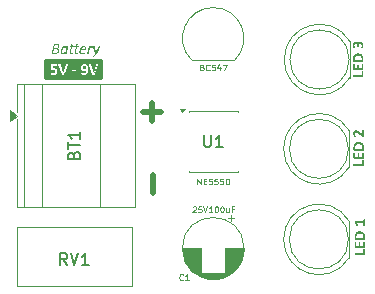
<source format=gbr>
%TF.GenerationSoftware,KiCad,Pcbnew,9.0.6*%
%TF.CreationDate,2025-11-19T16:31:39+08:00*%
%TF.ProjectId,LED-Dimmer,4c45442d-4469-46d6-9d65-722e6b696361,rev?*%
%TF.SameCoordinates,Original*%
%TF.FileFunction,Legend,Top*%
%TF.FilePolarity,Positive*%
%FSLAX46Y46*%
G04 Gerber Fmt 4.6, Leading zero omitted, Abs format (unit mm)*
G04 Created by KiCad (PCBNEW 9.0.6) date 2025-11-19 16:31:39*
%MOMM*%
%LPD*%
G01*
G04 APERTURE LIST*
%ADD10C,0.200000*%
%ADD11C,0.250000*%
%ADD12C,0.100000*%
%ADD13C,0.500000*%
%ADD14C,0.150000*%
%ADD15C,0.120000*%
G04 APERTURE END LIST*
D10*
G36*
X250014712Y-93117969D02*
G01*
X250049272Y-93119678D01*
X250072597Y-93124808D01*
X250085908Y-93133356D01*
X250090000Y-93145324D01*
X250090000Y-93550401D01*
X250086582Y-93571445D01*
X250076688Y-93588381D01*
X250060325Y-93599461D01*
X250033335Y-93603707D01*
X249231547Y-93603707D01*
X249219335Y-93599310D01*
X249210420Y-93584595D01*
X249204986Y-93556934D01*
X249202909Y-93513520D01*
X249204986Y-93469801D01*
X249210420Y-93442445D01*
X249219274Y-93427791D01*
X249231547Y-93423333D01*
X249941500Y-93423333D01*
X249941500Y-93145324D01*
X249945286Y-93133356D01*
X249957559Y-93124808D01*
X249980151Y-93119678D01*
X250014712Y-93117969D01*
G37*
G36*
X250019658Y-92488677D02*
G01*
X250052814Y-92490387D01*
X250074307Y-92495516D01*
X250086275Y-92504064D01*
X250090000Y-92515300D01*
X250090000Y-92959333D01*
X250086582Y-92980378D01*
X250076688Y-92997313D01*
X250060325Y-93008393D01*
X250033335Y-93012639D01*
X249263482Y-93012639D01*
X249236492Y-93008393D01*
X249220129Y-92997313D01*
X249210235Y-92980378D01*
X249206817Y-92959333D01*
X249206817Y-92518047D01*
X249210237Y-92507117D01*
X249222205Y-92498935D01*
X249244064Y-92493806D01*
X249277831Y-92492096D01*
X249310315Y-92493806D01*
X249331809Y-92498935D01*
X249343777Y-92507117D01*
X249347501Y-92518047D01*
X249347501Y-92833609D01*
X249562435Y-92833609D01*
X249562435Y-92566530D01*
X249566221Y-92555294D01*
X249577761Y-92546746D01*
X249598888Y-92541617D01*
X249631189Y-92539907D01*
X249663857Y-92541617D01*
X249684617Y-92546746D01*
X249695853Y-92555294D01*
X249699211Y-92566530D01*
X249699211Y-92833609D01*
X249949316Y-92833609D01*
X249949316Y-92515300D01*
X249953101Y-92504064D01*
X249965008Y-92495516D01*
X249986563Y-92490387D01*
X250019658Y-92488677D01*
G37*
G36*
X249716127Y-91599243D02*
G01*
X249784841Y-91610139D01*
X249843253Y-91627110D01*
X249898481Y-91652005D01*
X249945131Y-91682418D01*
X249984242Y-91718335D01*
X250016995Y-91760164D01*
X250043721Y-91808052D01*
X250064415Y-91862805D01*
X250078077Y-91920056D01*
X250086867Y-91987098D01*
X250090000Y-92065343D01*
X250090000Y-92276430D01*
X250086582Y-92297475D01*
X250076688Y-92314410D01*
X250060325Y-92325490D01*
X250033335Y-92329736D01*
X249263482Y-92329736D01*
X249236492Y-92325490D01*
X249220129Y-92314410D01*
X249210235Y-92297475D01*
X249206817Y-92276430D01*
X249206817Y-92059848D01*
X249347501Y-92059848D01*
X249347501Y-92150706D01*
X249949316Y-92150706D01*
X249949316Y-92057100D01*
X249944140Y-91986631D01*
X249930204Y-91932841D01*
X249905978Y-91886200D01*
X249872379Y-91848456D01*
X249829947Y-91819381D01*
X249776331Y-91797897D01*
X249716233Y-91785623D01*
X249642241Y-91781167D01*
X249580723Y-91784952D01*
X249525310Y-91795882D01*
X249474365Y-91815251D01*
X249431643Y-91843021D01*
X249396627Y-91879656D01*
X249369727Y-91926369D01*
X249353656Y-91981691D01*
X249347501Y-92059848D01*
X249206817Y-92059848D01*
X249206817Y-92049651D01*
X249210238Y-91970946D01*
X249219769Y-91904679D01*
X249234478Y-91849127D01*
X249256301Y-91796214D01*
X249283598Y-91750255D01*
X249316360Y-91710458D01*
X249354895Y-91676260D01*
X249399369Y-91647707D01*
X249450511Y-91624729D01*
X249504488Y-91608870D01*
X249565786Y-91598870D01*
X249635464Y-91595359D01*
X249716127Y-91599243D01*
G37*
G36*
X250022650Y-90583400D02*
G01*
X250054645Y-90585476D01*
X250075528Y-90591277D01*
X250086641Y-90599825D01*
X250090000Y-90610755D01*
X250090000Y-91098508D01*
X250086641Y-91108766D01*
X250075528Y-91117315D01*
X250054645Y-91123115D01*
X250022650Y-91125130D01*
X249989982Y-91123421D01*
X249968733Y-91117986D01*
X249956948Y-91109438D01*
X249953224Y-91098508D01*
X249953224Y-90933827D01*
X249374856Y-90933827D01*
X249453014Y-91075915D01*
X249462234Y-91101561D01*
X249462009Y-91110643D01*
X249458143Y-91117254D01*
X249438054Y-91125130D01*
X249397876Y-91127145D01*
X249370949Y-91126474D01*
X249352936Y-91123054D01*
X249340662Y-91115544D01*
X249330404Y-91102538D01*
X249207855Y-90912639D01*
X249203459Y-90904091D01*
X249200711Y-90890779D01*
X249199368Y-90869286D01*
X249199002Y-90834787D01*
X249200040Y-90792777D01*
X249203459Y-90768536D01*
X249209993Y-90757606D01*
X249220251Y-90754858D01*
X249953224Y-90754858D01*
X249953224Y-90610694D01*
X249956948Y-90599459D01*
X249968733Y-90590605D01*
X249989982Y-90585109D01*
X250022650Y-90583400D01*
G37*
G36*
X249914712Y-85557969D02*
G01*
X249949272Y-85559678D01*
X249972597Y-85564808D01*
X249985908Y-85573356D01*
X249990000Y-85585324D01*
X249990000Y-85990401D01*
X249986582Y-86011445D01*
X249976688Y-86028381D01*
X249960325Y-86039461D01*
X249933335Y-86043707D01*
X249131547Y-86043707D01*
X249119335Y-86039310D01*
X249110420Y-86024595D01*
X249104986Y-85996934D01*
X249102909Y-85953520D01*
X249104986Y-85909801D01*
X249110420Y-85882445D01*
X249119274Y-85867791D01*
X249131547Y-85863333D01*
X249841500Y-85863333D01*
X249841500Y-85585324D01*
X249845286Y-85573356D01*
X249857559Y-85564808D01*
X249880151Y-85559678D01*
X249914712Y-85557969D01*
G37*
G36*
X249919658Y-84928677D02*
G01*
X249952814Y-84930387D01*
X249974307Y-84935516D01*
X249986275Y-84944064D01*
X249990000Y-84955300D01*
X249990000Y-85399333D01*
X249986582Y-85420378D01*
X249976688Y-85437313D01*
X249960325Y-85448393D01*
X249933335Y-85452639D01*
X249163482Y-85452639D01*
X249136492Y-85448393D01*
X249120129Y-85437313D01*
X249110235Y-85420378D01*
X249106817Y-85399333D01*
X249106817Y-84958047D01*
X249110237Y-84947117D01*
X249122205Y-84938935D01*
X249144064Y-84933806D01*
X249177831Y-84932096D01*
X249210315Y-84933806D01*
X249231809Y-84938935D01*
X249243777Y-84947117D01*
X249247501Y-84958047D01*
X249247501Y-85273609D01*
X249462435Y-85273609D01*
X249462435Y-85006530D01*
X249466221Y-84995294D01*
X249477761Y-84986746D01*
X249498888Y-84981617D01*
X249531189Y-84979907D01*
X249563857Y-84981617D01*
X249584617Y-84986746D01*
X249595853Y-84995294D01*
X249599211Y-85006530D01*
X249599211Y-85273609D01*
X249849316Y-85273609D01*
X249849316Y-84955300D01*
X249853101Y-84944064D01*
X249865008Y-84935516D01*
X249886563Y-84930387D01*
X249919658Y-84928677D01*
G37*
G36*
X249616127Y-84039243D02*
G01*
X249684841Y-84050139D01*
X249743253Y-84067110D01*
X249798481Y-84092005D01*
X249845131Y-84122418D01*
X249884242Y-84158335D01*
X249916995Y-84200164D01*
X249943721Y-84248052D01*
X249964415Y-84302805D01*
X249978077Y-84360056D01*
X249986867Y-84427098D01*
X249990000Y-84505343D01*
X249990000Y-84716430D01*
X249986582Y-84737475D01*
X249976688Y-84754410D01*
X249960325Y-84765490D01*
X249933335Y-84769736D01*
X249163482Y-84769736D01*
X249136492Y-84765490D01*
X249120129Y-84754410D01*
X249110235Y-84737475D01*
X249106817Y-84716430D01*
X249106817Y-84499848D01*
X249247501Y-84499848D01*
X249247501Y-84590706D01*
X249849316Y-84590706D01*
X249849316Y-84497100D01*
X249844140Y-84426631D01*
X249830204Y-84372841D01*
X249805978Y-84326200D01*
X249772379Y-84288456D01*
X249729947Y-84259381D01*
X249676331Y-84237897D01*
X249616233Y-84225623D01*
X249542241Y-84221167D01*
X249480723Y-84224952D01*
X249425310Y-84235882D01*
X249374365Y-84255251D01*
X249331643Y-84283021D01*
X249296627Y-84319656D01*
X249269727Y-84366369D01*
X249253656Y-84421691D01*
X249247501Y-84499848D01*
X249106817Y-84499848D01*
X249106817Y-84489651D01*
X249110238Y-84410946D01*
X249119769Y-84344679D01*
X249134478Y-84289127D01*
X249156301Y-84236214D01*
X249183598Y-84190255D01*
X249216360Y-84150458D01*
X249254895Y-84116260D01*
X249299369Y-84087707D01*
X249350511Y-84064729D01*
X249404488Y-84048870D01*
X249465786Y-84038870D01*
X249535464Y-84035359D01*
X249616127Y-84039243D01*
G37*
G36*
X249917337Y-83015218D02*
G01*
X249950982Y-83016927D01*
X249973757Y-83022056D01*
X249986275Y-83030971D01*
X249990000Y-83043244D01*
X249990000Y-83551453D01*
X249987313Y-83577404D01*
X249976749Y-83595172D01*
X249953974Y-83605064D01*
X249915200Y-83608117D01*
X249876793Y-83606102D01*
X249848278Y-83598592D01*
X249823792Y-83584548D01*
X249797597Y-83562322D01*
X249632733Y-83409364D01*
X249585376Y-83366510D01*
X249545844Y-83335603D01*
X249474281Y-83291884D01*
X249442143Y-83278255D01*
X249414624Y-83270329D01*
X249362784Y-83264528D01*
X249319553Y-83271734D01*
X249300363Y-83280658D01*
X249283954Y-83292922D01*
X249270500Y-83308491D01*
X249260080Y-83328093D01*
X249253705Y-83350389D01*
X249251409Y-83377918D01*
X249254096Y-83416863D01*
X249261606Y-83449298D01*
X249284321Y-83503948D01*
X249307341Y-83543271D01*
X249315723Y-83558479D01*
X249317843Y-83567817D01*
X249313752Y-83578442D01*
X249300013Y-83585647D01*
X249274246Y-83590043D01*
X249234740Y-83591753D01*
X249208300Y-83590715D01*
X249189799Y-83587662D01*
X249176060Y-83582166D01*
X249161955Y-83570259D01*
X249141683Y-83538813D01*
X249118236Y-83482454D01*
X249099002Y-83408693D01*
X249093169Y-83367807D01*
X249091186Y-83324612D01*
X249095807Y-83258137D01*
X249108588Y-83204078D01*
X249129911Y-83155966D01*
X249157070Y-83118349D01*
X249191036Y-83088499D01*
X249230771Y-83067424D01*
X249274628Y-83054949D01*
X249322545Y-83050694D01*
X249365312Y-83052762D01*
X249407236Y-83058937D01*
X249449030Y-83071002D01*
X249497056Y-83093070D01*
X249545517Y-83122800D01*
X249603546Y-83166160D01*
X249663397Y-83218011D01*
X249739101Y-83291151D01*
X249845408Y-83394344D01*
X249845408Y-83045931D01*
X249849499Y-83033353D01*
X249862016Y-83023400D01*
X249884426Y-83017294D01*
X249917337Y-83015218D01*
G37*
D11*
G36*
X249864712Y-78057969D02*
G01*
X249899272Y-78059678D01*
X249922597Y-78064808D01*
X249935908Y-78073356D01*
X249940000Y-78085324D01*
X249940000Y-78490401D01*
X249936582Y-78511445D01*
X249926688Y-78528381D01*
X249910325Y-78539461D01*
X249883335Y-78543707D01*
X249081547Y-78543707D01*
X249069335Y-78539310D01*
X249060420Y-78524595D01*
X249054986Y-78496934D01*
X249052909Y-78453520D01*
X249054986Y-78409801D01*
X249060420Y-78382445D01*
X249069274Y-78367791D01*
X249081547Y-78363333D01*
X249791500Y-78363333D01*
X249791500Y-78085324D01*
X249795286Y-78073356D01*
X249807559Y-78064808D01*
X249830151Y-78059678D01*
X249864712Y-78057969D01*
G37*
G36*
X249869658Y-77428677D02*
G01*
X249902814Y-77430387D01*
X249924307Y-77435516D01*
X249936275Y-77444064D01*
X249940000Y-77455300D01*
X249940000Y-77899333D01*
X249936582Y-77920378D01*
X249926688Y-77937313D01*
X249910325Y-77948393D01*
X249883335Y-77952639D01*
X249113482Y-77952639D01*
X249086492Y-77948393D01*
X249070129Y-77937313D01*
X249060235Y-77920378D01*
X249056817Y-77899333D01*
X249056817Y-77458047D01*
X249060237Y-77447117D01*
X249072205Y-77438935D01*
X249094064Y-77433806D01*
X249127831Y-77432096D01*
X249160315Y-77433806D01*
X249181809Y-77438935D01*
X249193777Y-77447117D01*
X249197501Y-77458047D01*
X249197501Y-77773609D01*
X249412435Y-77773609D01*
X249412435Y-77506530D01*
X249416221Y-77495294D01*
X249427761Y-77486746D01*
X249448888Y-77481617D01*
X249481189Y-77479907D01*
X249513857Y-77481617D01*
X249534617Y-77486746D01*
X249545853Y-77495294D01*
X249549211Y-77506530D01*
X249549211Y-77773609D01*
X249799316Y-77773609D01*
X249799316Y-77455300D01*
X249803101Y-77444064D01*
X249815008Y-77435516D01*
X249836563Y-77430387D01*
X249869658Y-77428677D01*
G37*
G36*
X249566127Y-76539243D02*
G01*
X249634841Y-76550139D01*
X249693253Y-76567110D01*
X249748481Y-76592005D01*
X249795131Y-76622418D01*
X249834242Y-76658335D01*
X249866995Y-76700164D01*
X249893721Y-76748052D01*
X249914415Y-76802805D01*
X249928077Y-76860056D01*
X249936867Y-76927098D01*
X249940000Y-77005343D01*
X249940000Y-77216430D01*
X249936582Y-77237475D01*
X249926688Y-77254410D01*
X249910325Y-77265490D01*
X249883335Y-77269736D01*
X249113482Y-77269736D01*
X249086492Y-77265490D01*
X249070129Y-77254410D01*
X249060235Y-77237475D01*
X249056817Y-77216430D01*
X249056817Y-76999848D01*
X249197501Y-76999848D01*
X249197501Y-77090706D01*
X249799316Y-77090706D01*
X249799316Y-76997100D01*
X249794140Y-76926631D01*
X249780204Y-76872841D01*
X249755978Y-76826200D01*
X249722379Y-76788456D01*
X249679947Y-76759381D01*
X249626331Y-76737897D01*
X249566233Y-76725623D01*
X249492241Y-76721167D01*
X249430723Y-76724952D01*
X249375310Y-76735882D01*
X249324365Y-76755251D01*
X249281643Y-76783021D01*
X249246627Y-76819656D01*
X249219727Y-76866369D01*
X249203656Y-76921691D01*
X249197501Y-76999848D01*
X249056817Y-76999848D01*
X249056817Y-76989651D01*
X249060238Y-76910946D01*
X249069769Y-76844679D01*
X249084478Y-76789127D01*
X249106301Y-76736214D01*
X249133598Y-76690255D01*
X249166360Y-76650458D01*
X249204895Y-76616260D01*
X249249369Y-76587707D01*
X249300511Y-76564729D01*
X249354488Y-76548870D01*
X249415786Y-76538870D01*
X249485464Y-76535359D01*
X249566127Y-76539243D01*
G37*
G36*
X249679820Y-75519309D02*
G01*
X249743698Y-75525865D01*
X249797850Y-75544588D01*
X249845175Y-75574843D01*
X249884251Y-75614991D01*
X249914589Y-75663583D01*
X249937435Y-75722885D01*
X249950935Y-75787515D01*
X249955631Y-75860150D01*
X249948853Y-75944902D01*
X249932184Y-76014938D01*
X249911606Y-76065130D01*
X249895486Y-76091081D01*
X249883213Y-76100301D01*
X249867215Y-76105736D01*
X249844073Y-76109155D01*
X249810307Y-76110193D01*
X249780178Y-76108511D01*
X249765061Y-76104759D01*
X249755375Y-76097631D01*
X249752421Y-76088333D01*
X249761763Y-76064764D01*
X249781730Y-76022083D01*
X249801758Y-75961327D01*
X249808592Y-75925133D01*
X249811039Y-75882009D01*
X249808697Y-75845719D01*
X249802185Y-75815758D01*
X249791245Y-75788730D01*
X249777212Y-75766910D01*
X249759316Y-75749262D01*
X249738194Y-75736868D01*
X249714327Y-75729519D01*
X249687208Y-75726976D01*
X249657574Y-75730056D01*
X249631826Y-75738944D01*
X249609146Y-75753668D01*
X249589755Y-75774481D01*
X249574675Y-75800186D01*
X249562705Y-75833893D01*
X249555687Y-75871418D01*
X249553119Y-75918218D01*
X249553119Y-75994727D01*
X249550737Y-76009748D01*
X249540724Y-76020006D01*
X249519719Y-76025807D01*
X249484975Y-76027517D01*
X249452308Y-76025807D01*
X249432646Y-76020373D01*
X249422998Y-76010786D01*
X249420251Y-75996803D01*
X249420251Y-75919623D01*
X249417881Y-75881256D01*
X249411275Y-75849281D01*
X249400031Y-75820398D01*
X249385568Y-75797684D01*
X249367039Y-75779290D01*
X249345146Y-75765933D01*
X249320449Y-75757800D01*
X249292634Y-75755003D01*
X249250929Y-75762513D01*
X249232495Y-75771861D01*
X249216857Y-75784740D01*
X249204272Y-75801103D01*
X249194143Y-75822658D01*
X249188002Y-75847070D01*
X249185778Y-75877308D01*
X249188401Y-75912058D01*
X249196097Y-75944230D01*
X249218689Y-76000589D01*
X249241587Y-76042965D01*
X249252212Y-76068550D01*
X249249830Y-76078136D01*
X249240549Y-76084975D01*
X249220582Y-76089066D01*
X249186816Y-76090409D01*
X249158239Y-76089738D01*
X249139310Y-76086990D01*
X249126243Y-76081861D01*
X249114153Y-76071969D01*
X249094858Y-76043942D01*
X249070068Y-75990697D01*
X249049612Y-75916570D01*
X249043368Y-75873564D01*
X249041186Y-75825345D01*
X249045137Y-75763206D01*
X249056146Y-75711589D01*
X249074795Y-75665164D01*
X249099193Y-75628302D01*
X249130510Y-75598621D01*
X249168375Y-75577072D01*
X249211203Y-75564133D01*
X249260943Y-75559609D01*
X249300116Y-75562239D01*
X249335621Y-75569867D01*
X249368587Y-75582637D01*
X249397292Y-75599909D01*
X249422233Y-75622031D01*
X249443393Y-75649429D01*
X249459787Y-75680875D01*
X249471908Y-75718061D01*
X249473984Y-75718061D01*
X249482845Y-75673326D01*
X249497676Y-75634713D01*
X249518399Y-75600312D01*
X249543288Y-75572248D01*
X249572549Y-75549592D01*
X249605387Y-75532986D01*
X249641002Y-75522784D01*
X249679820Y-75519309D01*
G37*
D12*
G36*
X224032788Y-75699919D02*
G01*
X224081297Y-75708114D01*
X224124360Y-75722555D01*
X224157501Y-75741331D01*
X224184209Y-75766006D01*
X224202930Y-75795491D01*
X224214043Y-75829320D01*
X224217951Y-75869436D01*
X224215079Y-75910471D01*
X224206655Y-75948571D01*
X224192952Y-75984564D01*
X224174537Y-76017447D01*
X224151522Y-76047038D01*
X224123979Y-76072951D01*
X224092603Y-76094683D01*
X224056751Y-76112641D01*
X224084558Y-76120309D01*
X224110362Y-76132363D01*
X224133569Y-76148505D01*
X224153044Y-76168084D01*
X224168667Y-76191149D01*
X224180704Y-76218764D01*
X224188085Y-76248999D01*
X224190657Y-76283367D01*
X224188285Y-76319347D01*
X224181071Y-76355846D01*
X224169044Y-76391320D01*
X224152006Y-76425272D01*
X224130343Y-76456843D01*
X224103524Y-76486454D01*
X224072410Y-76512619D01*
X224035563Y-76535792D01*
X223994907Y-76554264D01*
X223948429Y-76568459D01*
X223898287Y-76576921D01*
X223836749Y-76580000D01*
X223602459Y-76580000D01*
X223581961Y-76576942D01*
X223568632Y-76568825D01*
X223561927Y-76555333D01*
X223563503Y-76532433D01*
X223573311Y-76483279D01*
X223689227Y-76483279D01*
X223853846Y-76483279D01*
X223907336Y-76478985D01*
X223948490Y-76467342D01*
X223984422Y-76448482D01*
X224013032Y-76425211D01*
X224035875Y-76396992D01*
X224052599Y-76364455D01*
X224062840Y-76329022D01*
X224066277Y-76291732D01*
X224061559Y-76256146D01*
X224048178Y-76227630D01*
X224025976Y-76204476D01*
X223997326Y-76188503D01*
X223957100Y-76177685D01*
X223901657Y-76173579D01*
X223750715Y-76173579D01*
X223689227Y-76483279D01*
X223573311Y-76483279D01*
X223653821Y-76079790D01*
X223770498Y-76079790D01*
X223903733Y-76079790D01*
X223954770Y-76074968D01*
X223992515Y-76062021D01*
X224024550Y-76041443D01*
X224049546Y-76016470D01*
X224068877Y-75987198D01*
X224082336Y-75955104D01*
X224090391Y-75921676D01*
X224092960Y-75890685D01*
X224091008Y-75868840D01*
X224085450Y-75850202D01*
X224075757Y-75833810D01*
X224061209Y-75819672D01*
X224042891Y-75808649D01*
X224018832Y-75799766D01*
X223991206Y-75794583D01*
X223951543Y-75792561D01*
X223827224Y-75792561D01*
X223770498Y-76079790D01*
X223653821Y-76079790D01*
X223720673Y-75744750D01*
X223728956Y-75721350D01*
X223742533Y-75707442D01*
X223760159Y-75699416D01*
X223778070Y-75696817D01*
X223967908Y-75696817D01*
X224032788Y-75699919D01*
G37*
G36*
X224700652Y-75922259D02*
G01*
X224747103Y-75940816D01*
X224787696Y-75970199D01*
X224824651Y-76009937D01*
X224837657Y-75947838D01*
X224842694Y-75938668D01*
X224853288Y-75932145D01*
X224893649Y-75927383D01*
X224916547Y-75928421D01*
X224931202Y-75932145D01*
X224937979Y-75938984D01*
X224938712Y-75947838D01*
X224815736Y-76562780D01*
X224810707Y-76572563D01*
X224800715Y-76579145D01*
X224759743Y-76583907D01*
X224737151Y-76582503D01*
X224722801Y-76578778D01*
X224715291Y-76572672D01*
X224715352Y-76562719D01*
X224737883Y-76446704D01*
X224726254Y-76468169D01*
X224705765Y-76494148D01*
X224680765Y-76518586D01*
X224650750Y-76541592D01*
X224617523Y-76561241D01*
X224580041Y-76577496D01*
X224540664Y-76588190D01*
X224500846Y-76591723D01*
X224449165Y-76586574D01*
X224410293Y-76572611D01*
X224377870Y-76550153D01*
X224353262Y-76521992D01*
X224335561Y-76488779D01*
X224324258Y-76450917D01*
X224318364Y-76410879D01*
X224316381Y-76369584D01*
X224317084Y-76361036D01*
X224434595Y-76361036D01*
X224438319Y-76408541D01*
X224452669Y-76451589D01*
X224465264Y-76469207D01*
X224481734Y-76483035D01*
X224502018Y-76491783D01*
X224529544Y-76495003D01*
X224566530Y-76490007D01*
X224605015Y-76474303D01*
X224641085Y-76450077D01*
X224675724Y-76416967D01*
X224706191Y-76377769D01*
X224733792Y-76330811D01*
X224755610Y-76279305D01*
X224771345Y-76221512D01*
X224794548Y-76108916D01*
X224759951Y-76065422D01*
X224725183Y-76036498D01*
X224685922Y-76018480D01*
X224641530Y-76012379D01*
X224606158Y-76016818D01*
X224574912Y-76029842D01*
X224547139Y-76049887D01*
X224522339Y-76075943D01*
X224501205Y-76106246D01*
X224482711Y-76141217D01*
X224455355Y-76216810D01*
X224439663Y-76293381D01*
X224434595Y-76361036D01*
X224317084Y-76361036D01*
X224323525Y-76282756D01*
X224332832Y-76234187D01*
X224346789Y-76183654D01*
X224365178Y-76133860D01*
X224388433Y-76085225D01*
X224416850Y-76039660D01*
X224450287Y-75999434D01*
X224489345Y-75965262D01*
X224534307Y-75938557D01*
X224584444Y-75921580D01*
X224642934Y-75915659D01*
X224700652Y-75922259D01*
G37*
G36*
X225882527Y-75955959D02*
G01*
X225881489Y-75969331D01*
X225878375Y-75984047D01*
X225873613Y-75999068D01*
X225866774Y-76012440D01*
X225858225Y-76021660D01*
X225847662Y-76025080D01*
X225689881Y-76025080D01*
X225621554Y-76367264D01*
X225616425Y-76399199D01*
X225614715Y-76428386D01*
X225618776Y-76459998D01*
X225629064Y-76479066D01*
X225646776Y-76490527D01*
X225676875Y-76495003D01*
X225708627Y-76491950D01*
X225731891Y-76485416D01*
X225748927Y-76478944D01*
X225762299Y-76475830D01*
X225770786Y-76479616D01*
X225773900Y-76493599D01*
X225772191Y-76513199D01*
X225767733Y-76534143D01*
X225761200Y-76552644D01*
X225752712Y-76565650D01*
X225736348Y-76575298D01*
X225710703Y-76583846D01*
X225679989Y-76589647D01*
X225648909Y-76591723D01*
X225611935Y-76589543D01*
X225581926Y-76583541D01*
X225555302Y-76572813D01*
X225534481Y-76557957D01*
X225518214Y-76538563D01*
X225506454Y-76514298D01*
X225499710Y-76486547D01*
X225497234Y-76451222D01*
X225498272Y-76433087D01*
X225500654Y-76412327D01*
X225503707Y-76390467D01*
X225507493Y-76370012D01*
X225577163Y-76025080D01*
X225271798Y-76025080D01*
X225202800Y-76367264D01*
X225197976Y-76399199D01*
X225195961Y-76428386D01*
X225200098Y-76459967D01*
X225210615Y-76479066D01*
X225228547Y-76490565D01*
X225258121Y-76495003D01*
X225290239Y-76491950D01*
X225313808Y-76485416D01*
X225331210Y-76478944D01*
X225344216Y-76475830D01*
X225352704Y-76479616D01*
X225355818Y-76493599D01*
X225354108Y-76513199D01*
X225349651Y-76534143D01*
X225342812Y-76552644D01*
X225333958Y-76565650D01*
X225317594Y-76575298D01*
X225292315Y-76583846D01*
X225261906Y-76589647D01*
X225230155Y-76591723D01*
X225193261Y-76589530D01*
X225163843Y-76583541D01*
X225137732Y-76572867D01*
X225116704Y-76557957D01*
X225100194Y-76538539D01*
X225088372Y-76514298D01*
X225081628Y-76486547D01*
X225079152Y-76451222D01*
X225079823Y-76433087D01*
X225082266Y-76412327D01*
X225085624Y-76390467D01*
X225089410Y-76370012D01*
X225158408Y-76025080D01*
X225073046Y-76025080D01*
X225061383Y-76020622D01*
X225057292Y-76003159D01*
X225059307Y-75980933D01*
X225065474Y-75957302D01*
X225076099Y-75938862D01*
X225091486Y-75931290D01*
X225177520Y-75931290D01*
X225206891Y-75785111D01*
X225211287Y-75776257D01*
X225221912Y-75769052D01*
X225239986Y-75764656D01*
X225267707Y-75763251D01*
X225294635Y-75764656D01*
X225311060Y-75769052D01*
X225318571Y-75776257D01*
X225319609Y-75785111D01*
X225290239Y-75931290D01*
X225595603Y-75931290D01*
X225630408Y-75754031D01*
X225635232Y-75744445D01*
X225645795Y-75737850D01*
X225663869Y-75733698D01*
X225691896Y-75731988D01*
X225718213Y-75733698D01*
X225734944Y-75737850D01*
X225742821Y-75744445D01*
X225743859Y-75754031D01*
X225708993Y-75931290D01*
X225866102Y-75931290D01*
X225874776Y-75933310D01*
X225879413Y-75938862D01*
X225882527Y-75955959D01*
G37*
G36*
X226327593Y-75919519D02*
G01*
X226369975Y-75929947D01*
X226407287Y-75946799D01*
X226435554Y-75966706D01*
X226457988Y-75990862D01*
X226472801Y-76016775D01*
X226481569Y-76044602D01*
X226484403Y-76071608D01*
X226478831Y-76116609D01*
X226462543Y-76156055D01*
X226435439Y-76189912D01*
X226394216Y-76220047D01*
X226343815Y-76242668D01*
X226275392Y-76260896D01*
X226199404Y-76271310D01*
X226101919Y-76275184D01*
X226029501Y-76275184D01*
X226022967Y-76319209D01*
X226021257Y-76359143D01*
X226025498Y-76403815D01*
X226037074Y-76438121D01*
X226055085Y-76464412D01*
X226080140Y-76483533D01*
X226115517Y-76496124D01*
X226164750Y-76500865D01*
X226207325Y-76499108D01*
X226243274Y-76494209D01*
X226303724Y-76479860D01*
X226345734Y-76465511D01*
X226368326Y-76458855D01*
X226377486Y-76463374D01*
X226380600Y-76476074D01*
X226379195Y-76492622D01*
X226375104Y-76512222D01*
X226367960Y-76531151D01*
X226358068Y-76546294D01*
X226329003Y-76562475D01*
X226279483Y-76576946D01*
X226216591Y-76587571D01*
X226148325Y-76591723D01*
X226089654Y-76588088D01*
X226041774Y-76578046D01*
X225999165Y-76560339D01*
X225965570Y-76536036D01*
X225939260Y-76504491D01*
X225920141Y-76465266D01*
X225909116Y-76420694D01*
X225905120Y-76365432D01*
X225907174Y-76320344D01*
X225913668Y-76270116D01*
X225924642Y-76219630D01*
X225933079Y-76193119D01*
X226049284Y-76193119D01*
X226118954Y-76193119D01*
X226187774Y-76190695D01*
X226238817Y-76184326D01*
X226284243Y-76173222D01*
X226315997Y-76160207D01*
X226341660Y-76142909D01*
X226357030Y-76124609D01*
X226366044Y-76103621D01*
X226368998Y-76081866D01*
X226362167Y-76050620D01*
X226341643Y-76025935D01*
X226310448Y-76010449D01*
X226263790Y-76004563D01*
X226221114Y-76008544D01*
X226185205Y-76019829D01*
X226152971Y-76037757D01*
X226124755Y-76060861D01*
X226100526Y-76088532D01*
X226079692Y-76120884D01*
X226062716Y-76156001D01*
X226049284Y-76193119D01*
X225933079Y-76193119D01*
X225940657Y-76169305D01*
X225961768Y-76120519D01*
X225988468Y-76073562D01*
X226020727Y-76030424D01*
X226058504Y-75992901D01*
X226101931Y-75961684D01*
X226152416Y-75936847D01*
X226207973Y-75921161D01*
X226272644Y-75915659D01*
X226327593Y-75919519D01*
G37*
G36*
X227035842Y-75947044D02*
G01*
X227034804Y-75957669D01*
X227032423Y-75975743D01*
X227028332Y-75996870D01*
X227021493Y-76017020D01*
X227012944Y-76032407D01*
X227003053Y-76038574D01*
X226991085Y-76036193D01*
X226976735Y-76030392D01*
X226958661Y-76024591D01*
X226934787Y-76022149D01*
X226911390Y-76026638D01*
X226881175Y-76042482D01*
X226851942Y-76065777D01*
X226821397Y-76098536D01*
X226793859Y-76136695D01*
X226767725Y-76183166D01*
X226746787Y-76233651D01*
X226731882Y-76289106D01*
X226677904Y-76562780D01*
X226673142Y-76572001D01*
X226662883Y-76578473D01*
X226644748Y-76582503D01*
X226617088Y-76583907D01*
X226589427Y-76582503D01*
X226573063Y-76578473D01*
X226565553Y-76572001D01*
X226565186Y-76562780D01*
X226687491Y-75947838D01*
X226691582Y-75938984D01*
X226701840Y-75932145D01*
X226718571Y-75928421D01*
X226742140Y-75927383D01*
X226765710Y-75928421D01*
X226779998Y-75932145D01*
X226786470Y-75938984D01*
X226787203Y-75947838D01*
X226764672Y-76059762D01*
X226801857Y-76005052D01*
X226848691Y-75958951D01*
X226874772Y-75941090D01*
X226901631Y-75927444D01*
X226929439Y-75918517D01*
X226955914Y-75915659D01*
X226979483Y-75917369D01*
X227001709Y-75921460D01*
X227019783Y-75926955D01*
X227031751Y-75934099D01*
X227035842Y-75947044D01*
G37*
G36*
X227643335Y-75943747D02*
G01*
X227641931Y-75959134D01*
X227637168Y-75973789D01*
X227588014Y-76103176D01*
X227525854Y-76243799D01*
X227488042Y-76317488D01*
X227442812Y-76397062D01*
X227392080Y-76477121D01*
X227329788Y-76564979D01*
X227152834Y-76807451D01*
X227142576Y-76817037D01*
X227127555Y-76824242D01*
X227106062Y-76828700D01*
X227076325Y-76830104D01*
X227045917Y-76828394D01*
X227027782Y-76822533D01*
X227022348Y-76811542D01*
X227030530Y-76795055D01*
X227197226Y-76580000D01*
X227095437Y-75979956D01*
X227093361Y-75964935D01*
X227092690Y-75953333D01*
X227095071Y-75940694D01*
X227104352Y-75932512D01*
X227122426Y-75928421D01*
X227150087Y-75927383D01*
X227179091Y-75928421D01*
X227195516Y-75931840D01*
X227203698Y-75938984D01*
X227206812Y-75950586D01*
X227286741Y-76451650D01*
X227288084Y-76451650D01*
X227328575Y-76391457D01*
X227364593Y-76330811D01*
X227427486Y-76206247D01*
X227480425Y-76078630D01*
X227525854Y-75947838D01*
X227530922Y-75938679D01*
X227541852Y-75932206D01*
X227561331Y-75928421D01*
X227592105Y-75927383D01*
X227633077Y-75931474D01*
X227640988Y-75936855D01*
X227643335Y-75943747D01*
G37*
D13*
X232844862Y-81467333D02*
X231321053Y-81467333D01*
X232082957Y-82229238D02*
X232082957Y-80705428D01*
D10*
G36*
X226368104Y-77571197D02*
G01*
X226394132Y-77580357D01*
X226416143Y-77596512D01*
X226435104Y-77622367D01*
X226448820Y-77654917D01*
X226459711Y-77701563D01*
X226465640Y-77754122D01*
X226467894Y-77824783D01*
X226438985Y-77842591D01*
X226405367Y-77856840D01*
X226369372Y-77865815D01*
X226330568Y-77868869D01*
X226299899Y-77866477D01*
X226275919Y-77859954D01*
X226255404Y-77848568D01*
X226239404Y-77832721D01*
X226227569Y-77812703D01*
X226218888Y-77786620D01*
X226214139Y-77757589D01*
X226212416Y-77722201D01*
X226214363Y-77689257D01*
X226219926Y-77660225D01*
X226229584Y-77633529D01*
X226242824Y-77611376D01*
X226260161Y-77593015D01*
X226281414Y-77579319D01*
X226306085Y-77570960D01*
X226336735Y-77567962D01*
X226368104Y-77571197D01*
G37*
G36*
X227622047Y-78456742D02*
G01*
X223349726Y-78456742D01*
X223349726Y-78219235D01*
X223460837Y-78219235D01*
X223461508Y-78250010D01*
X223463890Y-78271564D01*
X223468347Y-78286280D01*
X223476896Y-78297515D01*
X223501442Y-78310765D01*
X223549619Y-78326946D01*
X223615870Y-78340319D01*
X223693783Y-78345631D01*
X223769463Y-78340340D01*
X223835505Y-78325237D01*
X223895571Y-78299857D01*
X223944804Y-78266374D01*
X223984967Y-78223663D01*
X224015146Y-78171730D01*
X224033641Y-78112929D01*
X224040120Y-78044113D01*
X224034907Y-77983235D01*
X224020275Y-77932800D01*
X223995812Y-77888526D01*
X223962573Y-77852505D01*
X223921105Y-77824536D01*
X223868967Y-77803473D01*
X223811038Y-77791200D01*
X223741594Y-77786803D01*
X223692074Y-77787536D01*
X223644568Y-77790894D01*
X223644568Y-77599225D01*
X223958787Y-77599225D01*
X223970284Y-77595124D01*
X223979609Y-77580968D01*
X223984654Y-77559811D01*
X223986814Y-77521983D01*
X223985104Y-77487178D01*
X223982235Y-77474966D01*
X224121269Y-77474966D01*
X224131161Y-77513862D01*
X224394211Y-78296355D01*
X224400012Y-78311071D01*
X224408865Y-78320963D01*
X224423215Y-78327801D01*
X224445441Y-78331831D01*
X224478536Y-78333541D01*
X224525369Y-78333907D01*
X224580629Y-78332869D01*
X224614090Y-78328107D01*
X224631859Y-78317238D01*
X224640774Y-78298431D01*
X224746164Y-77985434D01*
X225287895Y-77985434D01*
X225290180Y-78021395D01*
X225295406Y-78040389D01*
X225305376Y-78052474D01*
X225320013Y-78056448D01*
X225604190Y-78056448D01*
X225618289Y-78052588D01*
X225628126Y-78040755D01*
X225633331Y-78021993D01*
X225635636Y-77985434D01*
X225633926Y-77952644D01*
X225628126Y-77930785D01*
X225618234Y-77919183D01*
X225604190Y-77915764D01*
X225320013Y-77915764D01*
X225305343Y-77919668D01*
X225295406Y-77931456D01*
X225290183Y-77950059D01*
X225287895Y-77985434D01*
X224746164Y-77985434D01*
X224830192Y-77735879D01*
X226036133Y-77735879D01*
X226039805Y-77797042D01*
X226050116Y-77848902D01*
X226068630Y-77895666D01*
X226094874Y-77933777D01*
X226129641Y-77964148D01*
X226174802Y-77987144D01*
X226227043Y-78000663D01*
X226294359Y-78005645D01*
X226349835Y-78001787D01*
X226396147Y-77990990D01*
X226438440Y-77974488D01*
X226471985Y-77956491D01*
X226468008Y-78006195D01*
X226458979Y-78052723D01*
X226443903Y-78096174D01*
X226422770Y-78133201D01*
X226394638Y-78164212D01*
X226358595Y-78188400D01*
X226316083Y-78203406D01*
X226261569Y-78208855D01*
X226200753Y-78204092D01*
X226151904Y-78193162D01*
X226115390Y-78182233D01*
X226092126Y-78177470D01*
X226081562Y-78179851D01*
X226074052Y-78189743D01*
X226069961Y-78210809D01*
X226068923Y-78246591D01*
X226072342Y-78284326D01*
X226083272Y-78304904D01*
X226107513Y-78318703D01*
X226148119Y-78331465D01*
X226201058Y-78341601D01*
X226259493Y-78345631D01*
X226339611Y-78339824D01*
X226403963Y-78323832D01*
X226461406Y-78297636D01*
X226507827Y-78264787D01*
X226546631Y-78224442D01*
X226577559Y-78177775D01*
X226601602Y-78126666D01*
X226619874Y-78072690D01*
X226632763Y-78016844D01*
X226640695Y-77959727D01*
X226646191Y-77848169D01*
X226641062Y-77735573D01*
X226633920Y-77682776D01*
X226623293Y-77635251D01*
X226608062Y-77590511D01*
X226588427Y-77550987D01*
X226563406Y-77515766D01*
X226533106Y-77486446D01*
X226515435Y-77474966D01*
X226717082Y-77474966D01*
X226726974Y-77513862D01*
X226990024Y-78296355D01*
X226995824Y-78311071D01*
X227004678Y-78320963D01*
X227019028Y-78327801D01*
X227041254Y-78331831D01*
X227074349Y-78333541D01*
X227121182Y-78333907D01*
X227176442Y-78332869D01*
X227209903Y-78328107D01*
X227227672Y-78317238D01*
X227236587Y-78298431D01*
X227500308Y-77515205D01*
X227510872Y-77477042D01*
X227510936Y-77463796D01*
X227506781Y-77454877D01*
X227498424Y-77448837D01*
X227482845Y-77444986D01*
X227434057Y-77442909D01*
X227383499Y-77444314D01*
X227355106Y-77449748D01*
X227341123Y-77460983D01*
X227334284Y-77479729D01*
X227123197Y-78157198D01*
X227122525Y-78157198D01*
X226907348Y-77476310D01*
X226900142Y-77459274D01*
X226886831Y-77449077D01*
X226859537Y-77444314D01*
X226810322Y-77442909D01*
X226752925Y-77444619D01*
X226734279Y-77448059D01*
X226723921Y-77453473D01*
X226718062Y-77462038D01*
X226717082Y-77474966D01*
X226515435Y-77474966D01*
X226497376Y-77463234D01*
X226453850Y-77445535D01*
X226405583Y-77435001D01*
X226346261Y-77431186D01*
X226272614Y-77437132D01*
X226211683Y-77453778D01*
X226157794Y-77481296D01*
X226114657Y-77517098D01*
X226080705Y-77561300D01*
X226055917Y-77613635D01*
X226041220Y-77671235D01*
X226037209Y-77722201D01*
X226036133Y-77735879D01*
X224830192Y-77735879D01*
X224904495Y-77515205D01*
X224915059Y-77477042D01*
X224915123Y-77463796D01*
X224910968Y-77454877D01*
X224902611Y-77448837D01*
X224887032Y-77444986D01*
X224838244Y-77442909D01*
X224787686Y-77444314D01*
X224759293Y-77449748D01*
X224745310Y-77460983D01*
X224738471Y-77479729D01*
X224527384Y-78157198D01*
X224526712Y-78157198D01*
X224311535Y-77476310D01*
X224304329Y-77459274D01*
X224291018Y-77449077D01*
X224263724Y-77444314D01*
X224214509Y-77442909D01*
X224157112Y-77444619D01*
X224138466Y-77448059D01*
X224128108Y-77453473D01*
X224122249Y-77462038D01*
X224121269Y-77474966D01*
X223982235Y-77474966D01*
X223979609Y-77463792D01*
X223970388Y-77450908D01*
X223958787Y-77446817D01*
X223540094Y-77446817D01*
X223519201Y-77450114D01*
X223506266Y-77458785D01*
X223498739Y-77473140D01*
X223495702Y-77497986D01*
X223495702Y-77881448D01*
X223498268Y-77905613D01*
X223504251Y-77918023D01*
X223514826Y-77925158D01*
X223532583Y-77927915D01*
X223593705Y-77923824D01*
X223665818Y-77919672D01*
X223713716Y-77922081D01*
X223750448Y-77928525D01*
X223782947Y-77939964D01*
X223807173Y-77955026D01*
X223826174Y-77974697D01*
X223839291Y-77998196D01*
X223846873Y-78024819D01*
X223849549Y-78056264D01*
X223846270Y-78092650D01*
X223837215Y-78121538D01*
X223822307Y-78146512D01*
X223802410Y-78166723D01*
X223777901Y-78182034D01*
X223747395Y-78192918D01*
X223713953Y-78198920D01*
X223675343Y-78201039D01*
X223631212Y-78198907D01*
X223596758Y-78193162D01*
X223541070Y-78175638D01*
X223504190Y-78158175D01*
X223483368Y-78150237D01*
X223473782Y-78153656D01*
X223466637Y-78165319D01*
X223462180Y-78186812D01*
X223460837Y-78219235D01*
X223349726Y-78219235D01*
X223349726Y-77320075D01*
X227622047Y-77320075D01*
X227622047Y-78456742D01*
G37*
D13*
X232117333Y-86805137D02*
X232117333Y-88328947D01*
D14*
X236468095Y-83454819D02*
X236468095Y-84264342D01*
X236468095Y-84264342D02*
X236515714Y-84359580D01*
X236515714Y-84359580D02*
X236563333Y-84407200D01*
X236563333Y-84407200D02*
X236658571Y-84454819D01*
X236658571Y-84454819D02*
X236849047Y-84454819D01*
X236849047Y-84454819D02*
X236944285Y-84407200D01*
X236944285Y-84407200D02*
X236991904Y-84359580D01*
X236991904Y-84359580D02*
X237039523Y-84264342D01*
X237039523Y-84264342D02*
X237039523Y-83454819D01*
X238039523Y-84454819D02*
X237468095Y-84454819D01*
X237753809Y-84454819D02*
X237753809Y-83454819D01*
X237753809Y-83454819D02*
X237658571Y-83597676D01*
X237658571Y-83597676D02*
X237563333Y-83692914D01*
X237563333Y-83692914D02*
X237468095Y-83740533D01*
D12*
X235896667Y-87626109D02*
X235896667Y-87126109D01*
X235896667Y-87126109D02*
X236182381Y-87626109D01*
X236182381Y-87626109D02*
X236182381Y-87126109D01*
X236420477Y-87364204D02*
X236587144Y-87364204D01*
X236658572Y-87626109D02*
X236420477Y-87626109D01*
X236420477Y-87626109D02*
X236420477Y-87126109D01*
X236420477Y-87126109D02*
X236658572Y-87126109D01*
X237110953Y-87126109D02*
X236872858Y-87126109D01*
X236872858Y-87126109D02*
X236849049Y-87364204D01*
X236849049Y-87364204D02*
X236872858Y-87340395D01*
X236872858Y-87340395D02*
X236920477Y-87316585D01*
X236920477Y-87316585D02*
X237039525Y-87316585D01*
X237039525Y-87316585D02*
X237087144Y-87340395D01*
X237087144Y-87340395D02*
X237110953Y-87364204D01*
X237110953Y-87364204D02*
X237134763Y-87411823D01*
X237134763Y-87411823D02*
X237134763Y-87530871D01*
X237134763Y-87530871D02*
X237110953Y-87578490D01*
X237110953Y-87578490D02*
X237087144Y-87602300D01*
X237087144Y-87602300D02*
X237039525Y-87626109D01*
X237039525Y-87626109D02*
X236920477Y-87626109D01*
X236920477Y-87626109D02*
X236872858Y-87602300D01*
X236872858Y-87602300D02*
X236849049Y-87578490D01*
X237587143Y-87126109D02*
X237349048Y-87126109D01*
X237349048Y-87126109D02*
X237325239Y-87364204D01*
X237325239Y-87364204D02*
X237349048Y-87340395D01*
X237349048Y-87340395D02*
X237396667Y-87316585D01*
X237396667Y-87316585D02*
X237515715Y-87316585D01*
X237515715Y-87316585D02*
X237563334Y-87340395D01*
X237563334Y-87340395D02*
X237587143Y-87364204D01*
X237587143Y-87364204D02*
X237610953Y-87411823D01*
X237610953Y-87411823D02*
X237610953Y-87530871D01*
X237610953Y-87530871D02*
X237587143Y-87578490D01*
X237587143Y-87578490D02*
X237563334Y-87602300D01*
X237563334Y-87602300D02*
X237515715Y-87626109D01*
X237515715Y-87626109D02*
X237396667Y-87626109D01*
X237396667Y-87626109D02*
X237349048Y-87602300D01*
X237349048Y-87602300D02*
X237325239Y-87578490D01*
X238063333Y-87126109D02*
X237825238Y-87126109D01*
X237825238Y-87126109D02*
X237801429Y-87364204D01*
X237801429Y-87364204D02*
X237825238Y-87340395D01*
X237825238Y-87340395D02*
X237872857Y-87316585D01*
X237872857Y-87316585D02*
X237991905Y-87316585D01*
X237991905Y-87316585D02*
X238039524Y-87340395D01*
X238039524Y-87340395D02*
X238063333Y-87364204D01*
X238063333Y-87364204D02*
X238087143Y-87411823D01*
X238087143Y-87411823D02*
X238087143Y-87530871D01*
X238087143Y-87530871D02*
X238063333Y-87578490D01*
X238063333Y-87578490D02*
X238039524Y-87602300D01*
X238039524Y-87602300D02*
X237991905Y-87626109D01*
X237991905Y-87626109D02*
X237872857Y-87626109D01*
X237872857Y-87626109D02*
X237825238Y-87602300D01*
X237825238Y-87602300D02*
X237801429Y-87578490D01*
X238301428Y-87626109D02*
X238301428Y-87126109D01*
X238301428Y-87126109D02*
X238420476Y-87126109D01*
X238420476Y-87126109D02*
X238491904Y-87149919D01*
X238491904Y-87149919D02*
X238539523Y-87197538D01*
X238539523Y-87197538D02*
X238563333Y-87245157D01*
X238563333Y-87245157D02*
X238587142Y-87340395D01*
X238587142Y-87340395D02*
X238587142Y-87411823D01*
X238587142Y-87411823D02*
X238563333Y-87507061D01*
X238563333Y-87507061D02*
X238539523Y-87554680D01*
X238539523Y-87554680D02*
X238491904Y-87602300D01*
X238491904Y-87602300D02*
X238420476Y-87626109D01*
X238420476Y-87626109D02*
X238301428Y-87626109D01*
D14*
X224864761Y-94454819D02*
X224531428Y-93978628D01*
X224293333Y-94454819D02*
X224293333Y-93454819D01*
X224293333Y-93454819D02*
X224674285Y-93454819D01*
X224674285Y-93454819D02*
X224769523Y-93502438D01*
X224769523Y-93502438D02*
X224817142Y-93550057D01*
X224817142Y-93550057D02*
X224864761Y-93645295D01*
X224864761Y-93645295D02*
X224864761Y-93788152D01*
X224864761Y-93788152D02*
X224817142Y-93883390D01*
X224817142Y-93883390D02*
X224769523Y-93931009D01*
X224769523Y-93931009D02*
X224674285Y-93978628D01*
X224674285Y-93978628D02*
X224293333Y-93978628D01*
X225150476Y-93454819D02*
X225483809Y-94454819D01*
X225483809Y-94454819D02*
X225817142Y-93454819D01*
X226674285Y-94454819D02*
X226102857Y-94454819D01*
X226388571Y-94454819D02*
X226388571Y-93454819D01*
X226388571Y-93454819D02*
X226293333Y-93597676D01*
X226293333Y-93597676D02*
X226198095Y-93692914D01*
X226198095Y-93692914D02*
X226102857Y-93740533D01*
X225431009Y-85130714D02*
X225478628Y-84987857D01*
X225478628Y-84987857D02*
X225526247Y-84940238D01*
X225526247Y-84940238D02*
X225621485Y-84892619D01*
X225621485Y-84892619D02*
X225764342Y-84892619D01*
X225764342Y-84892619D02*
X225859580Y-84940238D01*
X225859580Y-84940238D02*
X225907200Y-84987857D01*
X225907200Y-84987857D02*
X225954819Y-85083095D01*
X225954819Y-85083095D02*
X225954819Y-85464047D01*
X225954819Y-85464047D02*
X224954819Y-85464047D01*
X224954819Y-85464047D02*
X224954819Y-85130714D01*
X224954819Y-85130714D02*
X225002438Y-85035476D01*
X225002438Y-85035476D02*
X225050057Y-84987857D01*
X225050057Y-84987857D02*
X225145295Y-84940238D01*
X225145295Y-84940238D02*
X225240533Y-84940238D01*
X225240533Y-84940238D02*
X225335771Y-84987857D01*
X225335771Y-84987857D02*
X225383390Y-85035476D01*
X225383390Y-85035476D02*
X225431009Y-85130714D01*
X225431009Y-85130714D02*
X225431009Y-85464047D01*
X224954819Y-84606904D02*
X224954819Y-84035476D01*
X225954819Y-84321190D02*
X224954819Y-84321190D01*
X225954819Y-83178333D02*
X225954819Y-83749761D01*
X225954819Y-83464047D02*
X224954819Y-83464047D01*
X224954819Y-83464047D02*
X225097676Y-83559285D01*
X225097676Y-83559285D02*
X225192914Y-83654523D01*
X225192914Y-83654523D02*
X225240533Y-83749761D01*
D12*
X236301429Y-77714204D02*
X236372857Y-77738014D01*
X236372857Y-77738014D02*
X236396667Y-77761823D01*
X236396667Y-77761823D02*
X236420476Y-77809442D01*
X236420476Y-77809442D02*
X236420476Y-77880871D01*
X236420476Y-77880871D02*
X236396667Y-77928490D01*
X236396667Y-77928490D02*
X236372857Y-77952300D01*
X236372857Y-77952300D02*
X236325238Y-77976109D01*
X236325238Y-77976109D02*
X236134762Y-77976109D01*
X236134762Y-77976109D02*
X236134762Y-77476109D01*
X236134762Y-77476109D02*
X236301429Y-77476109D01*
X236301429Y-77476109D02*
X236349048Y-77499919D01*
X236349048Y-77499919D02*
X236372857Y-77523728D01*
X236372857Y-77523728D02*
X236396667Y-77571347D01*
X236396667Y-77571347D02*
X236396667Y-77618966D01*
X236396667Y-77618966D02*
X236372857Y-77666585D01*
X236372857Y-77666585D02*
X236349048Y-77690395D01*
X236349048Y-77690395D02*
X236301429Y-77714204D01*
X236301429Y-77714204D02*
X236134762Y-77714204D01*
X236920476Y-77928490D02*
X236896667Y-77952300D01*
X236896667Y-77952300D02*
X236825238Y-77976109D01*
X236825238Y-77976109D02*
X236777619Y-77976109D01*
X236777619Y-77976109D02*
X236706191Y-77952300D01*
X236706191Y-77952300D02*
X236658572Y-77904680D01*
X236658572Y-77904680D02*
X236634762Y-77857061D01*
X236634762Y-77857061D02*
X236610953Y-77761823D01*
X236610953Y-77761823D02*
X236610953Y-77690395D01*
X236610953Y-77690395D02*
X236634762Y-77595157D01*
X236634762Y-77595157D02*
X236658572Y-77547538D01*
X236658572Y-77547538D02*
X236706191Y-77499919D01*
X236706191Y-77499919D02*
X236777619Y-77476109D01*
X236777619Y-77476109D02*
X236825238Y-77476109D01*
X236825238Y-77476109D02*
X236896667Y-77499919D01*
X236896667Y-77499919D02*
X236920476Y-77523728D01*
X237372857Y-77476109D02*
X237134762Y-77476109D01*
X237134762Y-77476109D02*
X237110953Y-77714204D01*
X237110953Y-77714204D02*
X237134762Y-77690395D01*
X237134762Y-77690395D02*
X237182381Y-77666585D01*
X237182381Y-77666585D02*
X237301429Y-77666585D01*
X237301429Y-77666585D02*
X237349048Y-77690395D01*
X237349048Y-77690395D02*
X237372857Y-77714204D01*
X237372857Y-77714204D02*
X237396667Y-77761823D01*
X237396667Y-77761823D02*
X237396667Y-77880871D01*
X237396667Y-77880871D02*
X237372857Y-77928490D01*
X237372857Y-77928490D02*
X237349048Y-77952300D01*
X237349048Y-77952300D02*
X237301429Y-77976109D01*
X237301429Y-77976109D02*
X237182381Y-77976109D01*
X237182381Y-77976109D02*
X237134762Y-77952300D01*
X237134762Y-77952300D02*
X237110953Y-77928490D01*
X237825238Y-77642776D02*
X237825238Y-77976109D01*
X237706190Y-77452300D02*
X237587143Y-77809442D01*
X237587143Y-77809442D02*
X237896666Y-77809442D01*
X238039523Y-77476109D02*
X238372856Y-77476109D01*
X238372856Y-77476109D02*
X238158571Y-77976109D01*
X234666666Y-95678490D02*
X234642857Y-95702300D01*
X234642857Y-95702300D02*
X234571428Y-95726109D01*
X234571428Y-95726109D02*
X234523809Y-95726109D01*
X234523809Y-95726109D02*
X234452381Y-95702300D01*
X234452381Y-95702300D02*
X234404762Y-95654680D01*
X234404762Y-95654680D02*
X234380952Y-95607061D01*
X234380952Y-95607061D02*
X234357143Y-95511823D01*
X234357143Y-95511823D02*
X234357143Y-95440395D01*
X234357143Y-95440395D02*
X234380952Y-95345157D01*
X234380952Y-95345157D02*
X234404762Y-95297538D01*
X234404762Y-95297538D02*
X234452381Y-95249919D01*
X234452381Y-95249919D02*
X234523809Y-95226109D01*
X234523809Y-95226109D02*
X234571428Y-95226109D01*
X234571428Y-95226109D02*
X234642857Y-95249919D01*
X234642857Y-95249919D02*
X234666666Y-95273728D01*
X235142857Y-95726109D02*
X234857143Y-95726109D01*
X235000000Y-95726109D02*
X235000000Y-95226109D01*
X235000000Y-95226109D02*
X234952381Y-95297538D01*
X234952381Y-95297538D02*
X234904762Y-95345157D01*
X234904762Y-95345157D02*
X234857143Y-95368966D01*
X235500002Y-89523728D02*
X235523811Y-89499919D01*
X235523811Y-89499919D02*
X235571430Y-89476109D01*
X235571430Y-89476109D02*
X235690478Y-89476109D01*
X235690478Y-89476109D02*
X235738097Y-89499919D01*
X235738097Y-89499919D02*
X235761906Y-89523728D01*
X235761906Y-89523728D02*
X235785716Y-89571347D01*
X235785716Y-89571347D02*
X235785716Y-89618966D01*
X235785716Y-89618966D02*
X235761906Y-89690395D01*
X235761906Y-89690395D02*
X235476192Y-89976109D01*
X235476192Y-89976109D02*
X235785716Y-89976109D01*
X236238096Y-89476109D02*
X236000001Y-89476109D01*
X236000001Y-89476109D02*
X235976192Y-89714204D01*
X235976192Y-89714204D02*
X236000001Y-89690395D01*
X236000001Y-89690395D02*
X236047620Y-89666585D01*
X236047620Y-89666585D02*
X236166668Y-89666585D01*
X236166668Y-89666585D02*
X236214287Y-89690395D01*
X236214287Y-89690395D02*
X236238096Y-89714204D01*
X236238096Y-89714204D02*
X236261906Y-89761823D01*
X236261906Y-89761823D02*
X236261906Y-89880871D01*
X236261906Y-89880871D02*
X236238096Y-89928490D01*
X236238096Y-89928490D02*
X236214287Y-89952300D01*
X236214287Y-89952300D02*
X236166668Y-89976109D01*
X236166668Y-89976109D02*
X236047620Y-89976109D01*
X236047620Y-89976109D02*
X236000001Y-89952300D01*
X236000001Y-89952300D02*
X235976192Y-89928490D01*
X236404763Y-89476109D02*
X236571429Y-89976109D01*
X236571429Y-89976109D02*
X236738096Y-89476109D01*
X237166667Y-89976109D02*
X236880953Y-89976109D01*
X237023810Y-89976109D02*
X237023810Y-89476109D01*
X237023810Y-89476109D02*
X236976191Y-89547538D01*
X236976191Y-89547538D02*
X236928572Y-89595157D01*
X236928572Y-89595157D02*
X236880953Y-89618966D01*
X237476190Y-89476109D02*
X237523809Y-89476109D01*
X237523809Y-89476109D02*
X237571428Y-89499919D01*
X237571428Y-89499919D02*
X237595238Y-89523728D01*
X237595238Y-89523728D02*
X237619047Y-89571347D01*
X237619047Y-89571347D02*
X237642857Y-89666585D01*
X237642857Y-89666585D02*
X237642857Y-89785633D01*
X237642857Y-89785633D02*
X237619047Y-89880871D01*
X237619047Y-89880871D02*
X237595238Y-89928490D01*
X237595238Y-89928490D02*
X237571428Y-89952300D01*
X237571428Y-89952300D02*
X237523809Y-89976109D01*
X237523809Y-89976109D02*
X237476190Y-89976109D01*
X237476190Y-89976109D02*
X237428571Y-89952300D01*
X237428571Y-89952300D02*
X237404762Y-89928490D01*
X237404762Y-89928490D02*
X237380952Y-89880871D01*
X237380952Y-89880871D02*
X237357143Y-89785633D01*
X237357143Y-89785633D02*
X237357143Y-89666585D01*
X237357143Y-89666585D02*
X237380952Y-89571347D01*
X237380952Y-89571347D02*
X237404762Y-89523728D01*
X237404762Y-89523728D02*
X237428571Y-89499919D01*
X237428571Y-89499919D02*
X237476190Y-89476109D01*
X237952380Y-89476109D02*
X237999999Y-89476109D01*
X237999999Y-89476109D02*
X238047618Y-89499919D01*
X238047618Y-89499919D02*
X238071428Y-89523728D01*
X238071428Y-89523728D02*
X238095237Y-89571347D01*
X238095237Y-89571347D02*
X238119047Y-89666585D01*
X238119047Y-89666585D02*
X238119047Y-89785633D01*
X238119047Y-89785633D02*
X238095237Y-89880871D01*
X238095237Y-89880871D02*
X238071428Y-89928490D01*
X238071428Y-89928490D02*
X238047618Y-89952300D01*
X238047618Y-89952300D02*
X237999999Y-89976109D01*
X237999999Y-89976109D02*
X237952380Y-89976109D01*
X237952380Y-89976109D02*
X237904761Y-89952300D01*
X237904761Y-89952300D02*
X237880952Y-89928490D01*
X237880952Y-89928490D02*
X237857142Y-89880871D01*
X237857142Y-89880871D02*
X237833333Y-89785633D01*
X237833333Y-89785633D02*
X237833333Y-89666585D01*
X237833333Y-89666585D02*
X237857142Y-89571347D01*
X237857142Y-89571347D02*
X237880952Y-89523728D01*
X237880952Y-89523728D02*
X237904761Y-89499919D01*
X237904761Y-89499919D02*
X237952380Y-89476109D01*
X238547618Y-89642776D02*
X238547618Y-89976109D01*
X238333332Y-89642776D02*
X238333332Y-89904680D01*
X238333332Y-89904680D02*
X238357142Y-89952300D01*
X238357142Y-89952300D02*
X238404761Y-89976109D01*
X238404761Y-89976109D02*
X238476189Y-89976109D01*
X238476189Y-89976109D02*
X238523808Y-89952300D01*
X238523808Y-89952300D02*
X238547618Y-89928490D01*
X238952380Y-89714204D02*
X238785713Y-89714204D01*
X238785713Y-89976109D02*
X238785713Y-89476109D01*
X238785713Y-89476109D02*
X239023808Y-89476109D01*
D15*
%TO.C,D1*%
X248790000Y-78595000D02*
X248790000Y-75505000D01*
X243240000Y-77050000D02*
G75*
G02*
X248790000Y-75505170I2990000J0D01*
G01*
X248790000Y-78594830D02*
G75*
G02*
X243240000Y-77050000I-2560000J1544830D01*
G01*
X248730000Y-77050000D02*
G75*
G02*
X243730000Y-77050000I-2500000J0D01*
G01*
X243730000Y-77050000D02*
G75*
G02*
X248730000Y-77050000I2500000J0D01*
G01*
%TO.C,D3*%
X248740000Y-93825000D02*
X248740000Y-90735000D01*
X243190000Y-92280000D02*
G75*
G02*
X248740000Y-90735170I2990000J0D01*
G01*
X248740000Y-93824830D02*
G75*
G02*
X243190000Y-92280000I-2560000J1544830D01*
G01*
X248680000Y-92280000D02*
G75*
G02*
X243680000Y-92280000I-2500000J0D01*
G01*
X243680000Y-92280000D02*
G75*
G02*
X248680000Y-92280000I2500000J0D01*
G01*
%TO.C,U1*%
X235170000Y-81440000D02*
X239290000Y-81440000D01*
X235170000Y-81535000D02*
X235170000Y-81440000D01*
X235170000Y-86560000D02*
X235170000Y-86465000D01*
X239290000Y-81440000D02*
X239290000Y-81535000D01*
X239290000Y-86465000D02*
X239290000Y-86560000D01*
X239290000Y-86560000D02*
X235170000Y-86560000D01*
X234630000Y-81530000D02*
X234390000Y-81200000D01*
X234870000Y-81200000D01*
X234630000Y-81530000D01*
G36*
X234630000Y-81530000D02*
G01*
X234390000Y-81200000D01*
X234870000Y-81200000D01*
X234630000Y-81530000D01*
G37*
%TO.C,RV1*%
X220585000Y-91200000D02*
X230335000Y-91200000D01*
X220585000Y-96250000D02*
X220585000Y-91200000D01*
X230335000Y-91200000D02*
X230335000Y-96250000D01*
X230335000Y-96250000D02*
X220585000Y-96250000D01*
%TO.C,BT1*%
X220607500Y-79140000D02*
X230647500Y-79140000D01*
X220607500Y-81500000D02*
X220607500Y-79140000D01*
X220607500Y-89540000D02*
X220607500Y-82100000D01*
X221227500Y-79140000D02*
X221227500Y-89540000D01*
X222727500Y-79140000D02*
X222727500Y-89540000D01*
X227627500Y-79140000D02*
X227627500Y-89540000D01*
X230647500Y-79140000D02*
X230647500Y-89540000D01*
X230647500Y-89540000D02*
X220607500Y-89540000D01*
X220607500Y-81800000D02*
X219997500Y-82240000D01*
X219997500Y-81360000D01*
X220607500Y-81800000D01*
G36*
X220607500Y-81800000D02*
G01*
X219997500Y-82240000D01*
X219997500Y-81360000D01*
X220607500Y-81800000D01*
G37*
%TO.C,D2*%
X248740000Y-86155000D02*
X248740000Y-83065000D01*
X243190000Y-84610000D02*
G75*
G02*
X248740000Y-83065170I2990000J0D01*
G01*
X248740000Y-86154830D02*
G75*
G02*
X243190000Y-84610000I-2560000J1544830D01*
G01*
X248680000Y-84610000D02*
G75*
G02*
X243680000Y-84610000I-2500000J0D01*
G01*
X243680000Y-84610000D02*
G75*
G02*
X248680000Y-84610000I2500000J0D01*
G01*
%TO.C,Q1*%
X235430000Y-77100000D02*
X239030000Y-77100000D01*
X235391522Y-77088478D02*
G75*
G02*
X237230000Y-72649999I1838478J1838478D01*
G01*
X237230000Y-72650000D02*
G75*
G02*
X239068478Y-77088478I0J-2600000D01*
G01*
%TO.C,C1*%
X236190000Y-93044888D02*
X234650000Y-93044888D01*
X236190000Y-93084888D02*
X234650000Y-93084888D01*
X236190000Y-93124888D02*
X234651000Y-93124888D01*
X236190000Y-93164888D02*
X234653000Y-93164888D01*
X236190000Y-93204888D02*
X234655000Y-93204888D01*
X236190000Y-93244888D02*
X234658000Y-93244888D01*
X236190000Y-93284888D02*
X234661000Y-93284888D01*
X236190000Y-93324888D02*
X234665000Y-93324888D01*
X236190000Y-93364888D02*
X234670000Y-93364888D01*
X236190000Y-93404888D02*
X234675000Y-93404888D01*
X236190000Y-93444888D02*
X234681000Y-93444888D01*
X236190000Y-93484888D02*
X234687000Y-93484888D01*
X236190000Y-93524888D02*
X234694000Y-93524888D01*
X236190000Y-93564888D02*
X234702000Y-93564888D01*
X236190000Y-93604888D02*
X234711000Y-93604888D01*
X236190000Y-93644888D02*
X234720000Y-93644888D01*
X236190000Y-93684888D02*
X234729000Y-93684888D01*
X236190000Y-93724888D02*
X234740000Y-93724888D01*
X236190000Y-93764888D02*
X234751000Y-93764888D01*
X236190000Y-93804888D02*
X234763000Y-93804888D01*
X236190000Y-93844888D02*
X234775000Y-93844888D01*
X236190000Y-93884888D02*
X234788000Y-93884888D01*
X236190000Y-93924888D02*
X234802000Y-93924888D01*
X236190000Y-93964888D02*
X234817000Y-93964888D01*
X236190000Y-94004888D02*
X234832000Y-94004888D01*
X236190000Y-94044888D02*
X234848000Y-94044888D01*
X236190000Y-94084888D02*
X234865000Y-94084888D01*
X236190000Y-94124888D02*
X234883000Y-94124888D01*
X236190000Y-94164888D02*
X234901000Y-94164888D01*
X236190000Y-94204888D02*
X234921000Y-94204888D01*
X236190000Y-94244888D02*
X234941000Y-94244888D01*
X236190000Y-94284888D02*
X234962000Y-94284888D01*
X236190000Y-94324888D02*
X234984000Y-94324888D01*
X236190000Y-94364888D02*
X235007000Y-94364888D01*
X236190000Y-94404888D02*
X235031000Y-94404888D01*
X236190000Y-94444888D02*
X235055000Y-94444888D01*
X236190000Y-94484888D02*
X235081000Y-94484888D01*
X236190000Y-94524888D02*
X235108000Y-94524888D01*
X236190000Y-94564888D02*
X235136000Y-94564888D01*
X236190000Y-94604888D02*
X235165000Y-94604888D01*
X236190000Y-94644888D02*
X235195000Y-94644888D01*
X236190000Y-94684888D02*
X235227000Y-94684888D01*
X236190000Y-94724888D02*
X235260000Y-94724888D01*
X236190000Y-94764888D02*
X235294000Y-94764888D01*
X236190000Y-94804888D02*
X235329000Y-94804888D01*
X236190000Y-94844888D02*
X235366000Y-94844888D01*
X236190000Y-94884888D02*
X235405000Y-94884888D01*
X236190000Y-94924888D02*
X235445000Y-94924888D01*
X236190000Y-94964888D02*
X235487000Y-94964888D01*
X236190000Y-95004888D02*
X235531000Y-95004888D01*
X236190000Y-95044888D02*
X235578000Y-95044888D01*
X237513000Y-95644888D02*
X236947000Y-95644888D01*
X237747000Y-95604888D02*
X236713000Y-95604888D01*
X237907000Y-95564888D02*
X236553000Y-95564888D01*
X238035000Y-95524888D02*
X236425000Y-95524888D01*
X238144000Y-95484888D02*
X236316000Y-95484888D01*
X238241000Y-95444888D02*
X236219000Y-95444888D01*
X238328000Y-95404888D02*
X236132000Y-95404888D01*
X238407000Y-95364888D02*
X236053000Y-95364888D01*
X238481000Y-95324888D02*
X235979000Y-95324888D01*
X238549000Y-95284888D02*
X235911000Y-95284888D01*
X238613000Y-95244888D02*
X235847000Y-95244888D01*
X238673000Y-95204888D02*
X235787000Y-95204888D01*
X238705000Y-90240113D02*
X238705000Y-90740113D01*
X238729000Y-95164888D02*
X235731000Y-95164888D01*
X238783000Y-95124888D02*
X235677000Y-95124888D01*
X238834000Y-95084888D02*
X235626000Y-95084888D01*
X238882000Y-95044888D02*
X238270000Y-95044888D01*
X238929000Y-95004888D02*
X238270000Y-95004888D01*
X238955000Y-90490113D02*
X238455000Y-90490113D01*
X238973000Y-94964888D02*
X238270000Y-94964888D01*
X239015000Y-94924888D02*
X238270000Y-94924888D01*
X239055000Y-94884888D02*
X238270000Y-94884888D01*
X239094000Y-94844888D02*
X238270000Y-94844888D01*
X239131000Y-94804888D02*
X238270000Y-94804888D01*
X239166000Y-94764888D02*
X238270000Y-94764888D01*
X239200000Y-94724888D02*
X238270000Y-94724888D01*
X239233000Y-94684888D02*
X238270000Y-94684888D01*
X239265000Y-94644888D02*
X238270000Y-94644888D01*
X239295000Y-94604888D02*
X238270000Y-94604888D01*
X239324000Y-94564888D02*
X238270000Y-94564888D01*
X239352000Y-94524888D02*
X238270000Y-94524888D01*
X239379000Y-94484888D02*
X238270000Y-94484888D01*
X239405000Y-94444888D02*
X238270000Y-94444888D01*
X239429000Y-94404888D02*
X238270000Y-94404888D01*
X239453000Y-94364888D02*
X238270000Y-94364888D01*
X239476000Y-94324888D02*
X238270000Y-94324888D01*
X239498000Y-94284888D02*
X238270000Y-94284888D01*
X239519000Y-94244888D02*
X238270000Y-94244888D01*
X239539000Y-94204888D02*
X238270000Y-94204888D01*
X239559000Y-94164888D02*
X238270000Y-94164888D01*
X239577000Y-94124888D02*
X238270000Y-94124888D01*
X239595000Y-94084888D02*
X238270000Y-94084888D01*
X239612000Y-94044888D02*
X238270000Y-94044888D01*
X239628000Y-94004888D02*
X238270000Y-94004888D01*
X239643000Y-93964888D02*
X238270000Y-93964888D01*
X239658000Y-93924888D02*
X238270000Y-93924888D01*
X239672000Y-93884888D02*
X238270000Y-93884888D01*
X239685000Y-93844888D02*
X238270000Y-93844888D01*
X239697000Y-93804888D02*
X238270000Y-93804888D01*
X239709000Y-93764888D02*
X238270000Y-93764888D01*
X239720000Y-93724888D02*
X238270000Y-93724888D01*
X239731000Y-93684888D02*
X238270000Y-93684888D01*
X239740000Y-93644888D02*
X238270000Y-93644888D01*
X239749000Y-93604888D02*
X238270000Y-93604888D01*
X239758000Y-93564888D02*
X238270000Y-93564888D01*
X239766000Y-93524888D02*
X238270000Y-93524888D01*
X239773000Y-93484888D02*
X238270000Y-93484888D01*
X239779000Y-93444888D02*
X238270000Y-93444888D01*
X239785000Y-93404888D02*
X238270000Y-93404888D01*
X239790000Y-93364888D02*
X238270000Y-93364888D01*
X239795000Y-93324888D02*
X238270000Y-93324888D01*
X239799000Y-93284888D02*
X238270000Y-93284888D01*
X239802000Y-93244888D02*
X238270000Y-93244888D01*
X239805000Y-93204888D02*
X238270000Y-93204888D01*
X239807000Y-93164888D02*
X238270000Y-93164888D01*
X239809000Y-93124888D02*
X238270000Y-93124888D01*
X239810000Y-93044888D02*
X238270000Y-93044888D01*
X239810000Y-93084888D02*
X238270000Y-93084888D01*
X239850000Y-93044888D02*
G75*
G02*
X234610000Y-93044888I-2620000J0D01*
G01*
X234610000Y-93044888D02*
G75*
G02*
X239850000Y-93044888I2620000J0D01*
G01*
%TD*%
G36*
X227838297Y-77019685D02*
G01*
X227884052Y-77072489D01*
X227895258Y-77124000D01*
X227895258Y-78626000D01*
X227875573Y-78693039D01*
X227822769Y-78738794D01*
X227771258Y-78750000D01*
X223019258Y-78750000D01*
X222952219Y-78730315D01*
X222906464Y-78677511D01*
X222895258Y-78626000D01*
X222895258Y-78350619D01*
X223455838Y-78350619D01*
X227515936Y-78350619D01*
X227515936Y-77426196D01*
X223455838Y-77426196D01*
X223455838Y-78350619D01*
X222895258Y-78350619D01*
X222895258Y-77124000D01*
X222914943Y-77056961D01*
X222967747Y-77011206D01*
X223019258Y-77000000D01*
X227771258Y-77000000D01*
X227838297Y-77019685D01*
G37*
M02*

</source>
